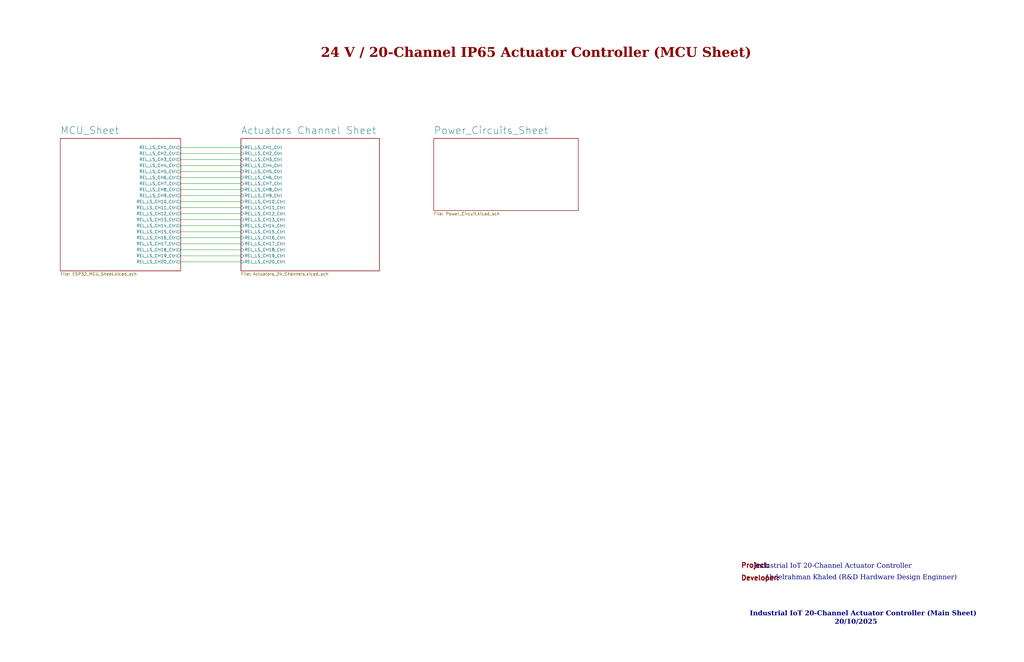
<source format=kicad_sch>
(kicad_sch
	(version 20250114)
	(generator "eeschema")
	(generator_version "9.0")
	(uuid "690877f8-546d-44e1-b7fd-17975ca40435")
	(paper "B")
	(lib_symbols)
	(text "Project:"
		(exclude_from_sim no)
		(at 318.516 238.76 0)
		(effects
			(font
				(size 2.032 2.032)
				(thickness 0.4064)
				(bold yes)
				(color 132 0 0 1)
			)
		)
		(uuid "11fcdc51-45b2-4287-9471-c4f06a7fcbb4")
	)
	(text "Industrial IoT 20-Channel Actuator Controller"
		(exclude_from_sim no)
		(at 351.282 239.522 0)
		(effects
			(font
				(face "Times New Roman")
				(size 2.032 2.032)
				(thickness 0.4064)
				(color 0 0 132 1)
			)
		)
		(uuid "2c25e956-193a-4ad6-8bb7-fc0b2eea594d")
	)
	(text "20/10/2025"
		(exclude_from_sim no)
		(at 360.934 263.144 0)
		(effects
			(font
				(face "Times New Roman")
				(size 2.032 2.032)
				(thickness 0.4064)
				(bold yes)
				(color 0 0 132 1)
			)
		)
		(uuid "49a527ea-febc-47d3-88a7-8b47ed7027f5")
	)
	(text "Abdelrahman Khaled (R&D Hardware Design Enginner)"
		(exclude_from_sim no)
		(at 362.966 244.348 0)
		(effects
			(font
				(face "Times New Roman")
				(size 2.032 2.032)
				(thickness 0.4064)
				(color 0 0 132 1)
			)
		)
		(uuid "6539d640-d3c6-4023-aa9e-6aeb816323c2")
	)
	(text "24 V / 20-Channel IP65 Actuator Controller (MCU Sheet)"
		(exclude_from_sim no)
		(at 226.06 23.622 0)
		(effects
			(font
				(face "Times New Roman")
				(size 4.064 4.064)
				(thickness 0.4064)
				(bold yes)
				(color 132 0 0 1)
			)
		)
		(uuid "8e591829-a433-4e0d-9b0f-a090953bfa3a")
	)
	(text "Developer:"
		(exclude_from_sim no)
		(at 320.548 244.094 0)
		(effects
			(font
				(size 2.032 2.032)
				(thickness 0.4064)
				(bold yes)
				(color 132 0 0 1)
			)
		)
		(uuid "fa52f8b2-3ee7-44d8-8aaa-52382cadeade")
	)
	(text "Industrial IoT 20-Channel Actuator Controller (Main Sheet)"
		(exclude_from_sim no)
		(at 363.982 259.588 0)
		(effects
			(font
				(face "Times New Roman")
				(size 2.032 2.032)
				(thickness 0.4064)
				(bold yes)
				(color 0 0 132 1)
			)
		)
		(uuid "ffa39883-de4a-4a9a-8948-c4be2abf3c30")
	)
	(wire
		(pts
			(xy 76.2 97.79) (xy 101.6 97.79)
		)
		(stroke
			(width 0)
			(type default)
		)
		(uuid "145c316a-a7e7-402d-b8dd-c1126a80638c")
	)
	(wire
		(pts
			(xy 76.2 74.93) (xy 101.6 74.93)
		)
		(stroke
			(width 0)
			(type default)
		)
		(uuid "1f8071b5-3d82-4ce7-b90b-ff0c7aa1a6ea")
	)
	(wire
		(pts
			(xy 76.2 105.41) (xy 101.6 105.41)
		)
		(stroke
			(width 0)
			(type default)
		)
		(uuid "26ac642c-d5d3-4ad5-b8b4-277acdb40af5")
	)
	(wire
		(pts
			(xy 76.2 92.71) (xy 101.6 92.71)
		)
		(stroke
			(width 0)
			(type default)
		)
		(uuid "299bbc3f-94fb-4906-a3b6-7c4ecba7f62e")
	)
	(wire
		(pts
			(xy 76.2 90.17) (xy 101.6 90.17)
		)
		(stroke
			(width 0)
			(type default)
		)
		(uuid "2fd4788e-a89e-4a4d-acc2-b68887edb19f")
	)
	(wire
		(pts
			(xy 76.2 67.31) (xy 101.6 67.31)
		)
		(stroke
			(width 0)
			(type default)
		)
		(uuid "32cba712-80a9-4643-81db-ede91a2dc536")
	)
	(wire
		(pts
			(xy 76.2 64.77) (xy 101.6 64.77)
		)
		(stroke
			(width 0)
			(type default)
		)
		(uuid "3348cbc5-2179-40e4-9721-3c95aa26efab")
	)
	(wire
		(pts
			(xy 76.2 62.23) (xy 101.6 62.23)
		)
		(stroke
			(width 0)
			(type default)
		)
		(uuid "35c674a1-014c-40fa-8778-361f2a34ffca")
	)
	(wire
		(pts
			(xy 76.2 100.33) (xy 101.6 100.33)
		)
		(stroke
			(width 0)
			(type default)
		)
		(uuid "41577735-9148-4f16-9e1f-1e774f6ef772")
	)
	(wire
		(pts
			(xy 76.2 110.49) (xy 101.6 110.49)
		)
		(stroke
			(width 0)
			(type default)
		)
		(uuid "43c14af1-bf33-4bb4-bed2-255037e55980")
	)
	(wire
		(pts
			(xy 76.2 87.63) (xy 101.6 87.63)
		)
		(stroke
			(width 0)
			(type default)
		)
		(uuid "4ce28250-d434-44eb-994f-737a9e2d847c")
	)
	(wire
		(pts
			(xy 76.2 102.87) (xy 101.6 102.87)
		)
		(stroke
			(width 0)
			(type default)
		)
		(uuid "685d7ec2-731b-4c54-82a2-e4a3c600a801")
	)
	(wire
		(pts
			(xy 76.2 82.55) (xy 101.6 82.55)
		)
		(stroke
			(width 0)
			(type default)
		)
		(uuid "79150ad2-7cfe-4240-bfc3-bb5bc9ac0c65")
	)
	(wire
		(pts
			(xy 76.2 95.25) (xy 101.6 95.25)
		)
		(stroke
			(width 0)
			(type default)
		)
		(uuid "824deb18-246a-475f-95a3-8760489c6dd4")
	)
	(wire
		(pts
			(xy 76.2 85.09) (xy 101.6 85.09)
		)
		(stroke
			(width 0)
			(type default)
		)
		(uuid "8cab46d2-9f9e-44fd-a2ef-ad87cdb75a0a")
	)
	(wire
		(pts
			(xy 76.2 107.95) (xy 101.6 107.95)
		)
		(stroke
			(width 0)
			(type default)
		)
		(uuid "ce608a7c-d83d-425d-aea6-244b18e66f1f")
	)
	(wire
		(pts
			(xy 76.2 72.39) (xy 101.6 72.39)
		)
		(stroke
			(width 0)
			(type default)
		)
		(uuid "d3cbcd22-1c8d-4d04-84e7-b9d319368982")
	)
	(wire
		(pts
			(xy 76.2 80.01) (xy 101.6 80.01)
		)
		(stroke
			(width 0)
			(type default)
		)
		(uuid "d8653681-e3a8-4b18-b606-4243683946af")
	)
	(wire
		(pts
			(xy 76.2 69.85) (xy 101.6 69.85)
		)
		(stroke
			(width 0)
			(type default)
		)
		(uuid "deba8ce1-415d-4a0b-b58f-06ff0dfbcfe7")
	)
	(wire
		(pts
			(xy 76.2 77.47) (xy 101.6 77.47)
		)
		(stroke
			(width 0)
			(type default)
		)
		(uuid "f1ea15c1-8bbf-4cd8-b0c5-47b25e5555f9")
	)
	(sheet
		(at 101.6 58.42)
		(size 58.42 55.88)
		(exclude_from_sim no)
		(in_bom yes)
		(on_board yes)
		(dnp no)
		(fields_autoplaced yes)
		(stroke
			(width 0.1524)
			(type solid)
		)
		(fill
			(color 0 0 0 0.0000)
		)
		(uuid "06a802a0-0700-4002-a93b-286cabb6bf73")
		(property "Sheetname" "Actuators Channel Sheet"
			(at 101.6 56.8194 0)
			(effects
				(font
					(size 3.048 3.048)
				)
				(justify left bottom)
			)
		)
		(property "Sheetfile" "Actuators_24_Channels.kicad_sch"
			(at 101.6 114.8846 0)
			(effects
				(font
					(size 1.27 1.27)
				)
				(justify left top)
			)
		)
		(pin "REL_LS_CH14_Ctrl" input
			(at 101.6 95.25 180)
			(uuid "7b8fc9e8-1bb9-42ea-8059-43fa000b139c")
			(effects
				(font
					(size 1.27 1.27)
				)
				(justify left)
			)
		)
		(pin "REL_LS_CH8_Ctrl" input
			(at 101.6 80.01 180)
			(uuid "6654fc12-e97a-47fa-b33a-ecf898b9f54a")
			(effects
				(font
					(size 1.27 1.27)
				)
				(justify left)
			)
		)
		(pin "REL_LS_CH13_Ctrl" input
			(at 101.6 92.71 180)
			(uuid "f331ea40-3154-4d88-81f8-7bb87298c1e5")
			(effects
				(font
					(size 1.27 1.27)
				)
				(justify left)
			)
		)
		(pin "REL_LS_CH5_Ctrl" input
			(at 101.6 72.39 180)
			(uuid "4d4abadf-6348-452d-9c25-9723f27edbcc")
			(effects
				(font
					(size 1.27 1.27)
				)
				(justify left)
			)
		)
		(pin "REL_LS_CH12_Ctrl" input
			(at 101.6 90.17 180)
			(uuid "d3f0fd24-5355-4386-b29e-c47bf3c194dd")
			(effects
				(font
					(size 1.27 1.27)
				)
				(justify left)
			)
		)
		(pin "REL_LS_CH16_Ctrl" input
			(at 101.6 100.33 180)
			(uuid "0c99e9f0-8b7e-4d7e-bc58-b3a80e0d1e1b")
			(effects
				(font
					(size 1.27 1.27)
				)
				(justify left)
			)
		)
		(pin "REL_LS_CH19_Ctrl" input
			(at 101.6 107.95 180)
			(uuid "8b30cc0a-8b03-4a3c-8a7b-d8ecaa59377f")
			(effects
				(font
					(size 1.27 1.27)
				)
				(justify left)
			)
		)
		(pin "REL_LS_CH6_Ctrl" input
			(at 101.6 74.93 180)
			(uuid "f2b822cc-d839-4f91-b1e3-02fb4ef7b7e4")
			(effects
				(font
					(size 1.27 1.27)
				)
				(justify left)
			)
		)
		(pin "REL_LS_CH10_Ctrl" input
			(at 101.6 85.09 180)
			(uuid "bce8e7b0-7ab0-4dc0-9f55-8c120f78294a")
			(effects
				(font
					(size 1.27 1.27)
				)
				(justify left)
			)
		)
		(pin "REL_LS_CH7_Ctrl" input
			(at 101.6 77.47 180)
			(uuid "8105cb41-669b-4461-9c18-cc15d0143a5d")
			(effects
				(font
					(size 1.27 1.27)
				)
				(justify left)
			)
		)
		(pin "REL_LS_CH17_Ctrl" input
			(at 101.6 102.87 180)
			(uuid "c8196e93-405b-4ae1-aa9f-03f978dbae2c")
			(effects
				(font
					(size 1.27 1.27)
				)
				(justify left)
			)
		)
		(pin "REL_LS_CH15_Ctrl" input
			(at 101.6 97.79 180)
			(uuid "13be05ed-0c3e-40aa-8d73-37c9b8168ce0")
			(effects
				(font
					(size 1.27 1.27)
				)
				(justify left)
			)
		)
		(pin "REL_LS_CH18_Ctrl" input
			(at 101.6 105.41 180)
			(uuid "baeb9dbc-b5b4-4cd9-9844-632e85338a25")
			(effects
				(font
					(size 1.27 1.27)
				)
				(justify left)
			)
		)
		(pin "REL_LS_CH20_Ctrl" input
			(at 101.6 110.49 180)
			(uuid "c7a14d71-4fb0-432a-8fc3-fb679554c47a")
			(effects
				(font
					(size 1.27 1.27)
				)
				(justify left)
			)
		)
		(pin "REL_LS_CH11_Ctrl" input
			(at 101.6 87.63 180)
			(uuid "5661f2b9-e42d-4991-b4c5-fd27de71ad7c")
			(effects
				(font
					(size 1.27 1.27)
				)
				(justify left)
			)
		)
		(pin "REL_LS_CH9_Ctrl" input
			(at 101.6 82.55 180)
			(uuid "dfebad91-72a7-4b68-9ace-0f811e69c43a")
			(effects
				(font
					(size 1.27 1.27)
				)
				(justify left)
			)
		)
		(pin "REL_LS_CH3_Ctrl" input
			(at 101.6 67.31 180)
			(uuid "034bbf64-b73d-4906-b8f0-2a71496de1c1")
			(effects
				(font
					(size 1.27 1.27)
				)
				(justify left)
			)
		)
		(pin "REL_LS_CH4_Ctrl" input
			(at 101.6 69.85 180)
			(uuid "c19afa92-e79d-4f5e-9a0b-e173e7c79795")
			(effects
				(font
					(size 1.27 1.27)
				)
				(justify left)
			)
		)
		(pin "REL_LS_CH2_Ctrl" input
			(at 101.6 64.77 180)
			(uuid "c89ff6ac-cb55-41b4-9f26-4ae9fb4b5bae")
			(effects
				(font
					(size 1.27 1.27)
				)
				(justify left)
			)
		)
		(pin "REL_LS_CH1_Ctrl" input
			(at 101.6 62.23 180)
			(uuid "ae137666-34be-4c1a-9dcf-af8482bf2c34")
			(effects
				(font
					(size 1.27 1.27)
				)
				(justify left)
			)
		)
		(instances
			(project "Actuator Controller_IP65_24V_20_Channel"
				(path "/690877f8-546d-44e1-b7fd-17975ca40435"
					(page "4")
				)
			)
		)
	)
	(sheet
		(at 25.4 58.42)
		(size 50.8 55.88)
		(exclude_from_sim no)
		(in_bom yes)
		(on_board yes)
		(dnp no)
		(fields_autoplaced yes)
		(stroke
			(width 0.1524)
			(type solid)
		)
		(fill
			(color 0 0 0 0.0000)
		)
		(uuid "650f99f6-130c-4f79-81ec-28dd8abd704a")
		(property "Sheetname" "MCU_Sheet"
			(at 25.4 56.8194 0)
			(effects
				(font
					(size 3.048 3.048)
				)
				(justify left bottom)
			)
		)
		(property "Sheetfile" "ESP32_MCU_Sheet.kicad_sch"
			(at 25.4 114.8846 0)
			(effects
				(font
					(size 1.27 1.27)
				)
				(justify left top)
			)
		)
		(pin "REL_LS_CH3_Ctrl" output
			(at 76.2 67.31 0)
			(uuid "39bb92c1-11a3-4900-811a-3b27a8d9fbd9")
			(effects
				(font
					(size 1.27 1.27)
				)
				(justify right)
			)
		)
		(pin "REL_LS_CH2_Ctrl" output
			(at 76.2 64.77 0)
			(uuid "65ba9bbd-5b0a-4262-bb3f-aedcaf7bba8c")
			(effects
				(font
					(size 1.27 1.27)
				)
				(justify right)
			)
		)
		(pin "REL_LS_CH4_Ctrl" output
			(at 76.2 69.85 0)
			(uuid "7da7a6b5-3087-402f-a935-11f2eb056637")
			(effects
				(font
					(size 1.27 1.27)
				)
				(justify right)
			)
		)
		(pin "REL_LS_CH1_Ctrl" output
			(at 76.2 62.23 0)
			(uuid "13f26b30-a29e-4094-9cd2-9b66127f1bec")
			(effects
				(font
					(size 1.27 1.27)
				)
				(justify right)
			)
		)
		(pin "REL_LS_CH11_Ctrl" output
			(at 76.2 87.63 0)
			(uuid "f36f92fb-2e81-4460-87c2-93093257ab39")
			(effects
				(font
					(size 1.27 1.27)
				)
				(justify right)
			)
		)
		(pin "REL_LS_CH12_Ctrl" output
			(at 76.2 90.17 0)
			(uuid "59bf733e-673e-4c27-b361-63ff896ea6f5")
			(effects
				(font
					(size 1.27 1.27)
				)
				(justify right)
			)
		)
		(pin "REL_LS_CH16_Ctrl" output
			(at 76.2 100.33 0)
			(uuid "aac1c92b-81dd-409f-b428-c60dab91b706")
			(effects
				(font
					(size 1.27 1.27)
				)
				(justify right)
			)
		)
		(pin "REL_LS_CH6_Ctrl" output
			(at 76.2 74.93 0)
			(uuid "789523db-ea44-4720-8f9d-74ba07307064")
			(effects
				(font
					(size 1.27 1.27)
				)
				(justify right)
			)
		)
		(pin "REL_LS_CH9_Ctrl" output
			(at 76.2 82.55 0)
			(uuid "9bd981bb-4bcb-4b0a-a002-6b5e8b1bd3c7")
			(effects
				(font
					(size 1.27 1.27)
				)
				(justify right)
			)
		)
		(pin "REL_LS_CH19_Ctrl" output
			(at 76.2 107.95 0)
			(uuid "40abce0b-3970-404f-95b9-b158a6ea7e91")
			(effects
				(font
					(size 1.27 1.27)
				)
				(justify right)
			)
		)
		(pin "REL_LS_CH20_Ctrl" output
			(at 76.2 110.49 0)
			(uuid "a9e477f3-37bf-4e99-bcee-059db1dc905a")
			(effects
				(font
					(size 1.27 1.27)
				)
				(justify right)
			)
		)
		(pin "REL_LS_CH13_Ctrl" output
			(at 76.2 92.71 0)
			(uuid "12dd0419-a0b9-455c-9900-38913ae7ef15")
			(effects
				(font
					(size 1.27 1.27)
				)
				(justify right)
			)
		)
		(pin "REL_LS_CH14_Ctrl" output
			(at 76.2 95.25 0)
			(uuid "73940bba-680e-4599-bb50-e7897a622910")
			(effects
				(font
					(size 1.27 1.27)
				)
				(justify right)
			)
		)
		(pin "REL_LS_CH15_Ctrl" output
			(at 76.2 97.79 0)
			(uuid "58653745-f06e-4474-98b8-539de69bc005")
			(effects
				(font
					(size 1.27 1.27)
				)
				(justify right)
			)
		)
		(pin "REL_LS_CH8_Ctrl" output
			(at 76.2 80.01 0)
			(uuid "9e021782-a706-46b7-9673-85a408ebe236")
			(effects
				(font
					(size 1.27 1.27)
				)
				(justify right)
			)
		)
		(pin "REL_LS_CH18_Ctrl" output
			(at 76.2 105.41 0)
			(uuid "08731ba5-1bcc-4cc7-b1a3-ec500afdbbdb")
			(effects
				(font
					(size 1.27 1.27)
				)
				(justify right)
			)
		)
		(pin "REL_LS_CH10_Ctrl" output
			(at 76.2 85.09 0)
			(uuid "128cd097-1941-42ac-8cf2-00a616d0512a")
			(effects
				(font
					(size 1.27 1.27)
				)
				(justify right)
			)
		)
		(pin "REL_LS_CH7_Ctrl" output
			(at 76.2 77.47 0)
			(uuid "17611cc7-9aa2-44c9-8efb-c501931ad8e1")
			(effects
				(font
					(size 1.27 1.27)
				)
				(justify right)
			)
		)
		(pin "REL_LS_CH17_Ctrl" output
			(at 76.2 102.87 0)
			(uuid "d2668f53-e1c4-493f-a37d-03c3647eb541")
			(effects
				(font
					(size 1.27 1.27)
				)
				(justify right)
			)
		)
		(pin "REL_LS_CH5_Ctrl" output
			(at 76.2 72.39 0)
			(uuid "084cd3d3-611d-4e6c-ae71-8d907286c0eb")
			(effects
				(font
					(size 1.27 1.27)
				)
				(justify right)
			)
		)
		(instances
			(project "Actuator Controller_IP65_24V_20_Channel"
				(path "/690877f8-546d-44e1-b7fd-17975ca40435"
					(page "2")
				)
			)
		)
	)
	(sheet
		(at 182.88 58.42)
		(size 60.96 30.48)
		(exclude_from_sim no)
		(in_bom yes)
		(on_board yes)
		(dnp no)
		(fields_autoplaced yes)
		(stroke
			(width 0.1524)
			(type solid)
		)
		(fill
			(color 0 0 0 0.0000)
		)
		(uuid "6ed8f142-ec2f-4b7f-8d88-679398279392")
		(property "Sheetname" "Power_Circuits_Sheet"
			(at 182.88 56.8194 0)
			(effects
				(font
					(size 3.048 3.048)
				)
				(justify left bottom)
			)
		)
		(property "Sheetfile" "Power_Circuit.kicad_sch"
			(at 182.88 89.4846 0)
			(effects
				(font
					(size 1.27 1.27)
				)
				(justify left top)
			)
		)
		(instances
			(project "Actuator Controller_IP65_24V_20_Channel"
				(path "/690877f8-546d-44e1-b7fd-17975ca40435"
					(page "3")
				)
			)
		)
	)
	(sheet_instances
		(path "/"
			(page "3")
		)
	)
	(embedded_fonts no)
)

</source>
